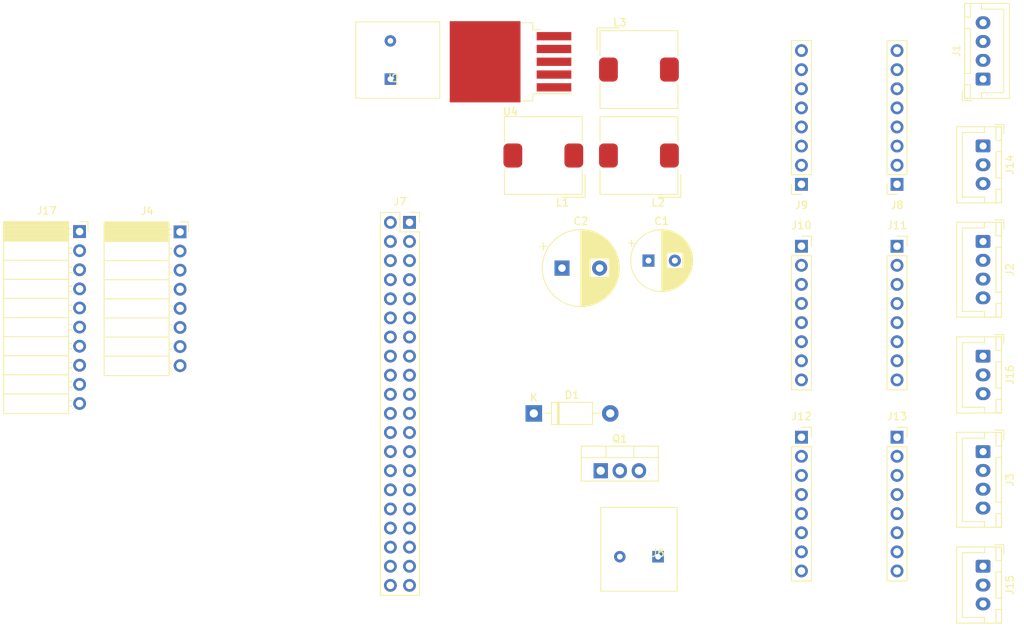
<source format=kicad_pcb>
(kicad_pcb (version 20211014) (generator pcbnew)
  (layers (0 "F.Cu" signal) (31 "B.Cu" signal) (34 "B.Paste" user) (35 "F.Paste" user) (36 "B.SilkS" user "B.Silkscreen") (37 "F.SilkS" user "F.Silkscreen") (38 "B.Mask" user) (39 "F.Mask" user) (44 "Edge.Cuts" user))
  (net 0 "")
  (net 1 "DC-")
  (net 2 "DC+")
  (net 3 "GND")
  (net 4 "GPIO21")
  (net 5 "GPIO20")
  (net 6 "GPIO26")
  (net 7 "GPIO16")
  (net 8 "GPIO19")
  (net 9 "GPIO13")
  (net 10 "GPIO12")
  (net 11 "GPIO6")
  (net 12 "GPIO5")
  (net 13 "GPIO1")
  (net 14 "GPIO0")
  (net 15 "GPIO7")
  (net 16 "GPIO8")
  (net 17 "GPIO11")
  (net 18 "GPIO25")
  (net 19 "GPIO9")
  (net 20 "GPIO10")
  (net 21 "GPIO24")
  (net 22 "+3V3")
  (net 23 "GPIO23")
  (net 24 "GPIO22")
  (net 25 "GPIO27")
  (net 26 "GPIO18")
  (net 27 "GPIO17")
  (net 28 "GPIO15")
  (net 29 "GPIO14")
  (net 30 "GPIO4")
  (net 31 "GPIO3")
  (net 32 "+5V")
  (net 33 "GPIO2(SDA)")
  (net 34 "OA2x")
  (net 35 "OA1x")
  (net 36 "OB1x")
  (net 37 "OB2x")
  (net 38 "ENx")
  (net 39 "MS1x")
  (net 40 "MS2x")
  (net 41 "PDNUARTx")
  (net 42 "CLKx")
  (net 43 "STEPx")
  (net 44 "DIRx")
  (net 45 "OA2y")
  (net 46 "OA1y")
  (net 47 "OB1y")
  (net 48 "OB2y")
  (net 49 "ENy")
  (net 50 "MS1y")
  (net 51 "MS2y")
  (net 52 "PDNUARTy")
  (net 53 "CLKy")
  (net 54 "STEPy")
  (net 55 "DIRy")
  (net 56 "OA2z")
  (net 57 "OA1z")
  (net 58 "OB1z")
  (net 59 "OB2z")
  (net 60 "ENz")
  (net 61 "MS1z")
  (net 62 "MS2z")
  (net 63 "PDNUARTz")
  (net 64 "CLKz")
  (net 65 "STEPz")
  (net 66 "DIRz")
  (net 67 "lx3")
  (net 68 "lx2")
  (net 69 "lx1")
  (net 70 "ly3")
  (net 71 "ly2")
  (net 72 "ly1")
  (net 73 "lz3")
  (net 74 "lz2")
  (net 75 "lz1")
  (net 76 "Net-(D2-Pad1)")
  (net 77 "Net-(L1-Pad1)")
  (net 78 "Net-(L2-Pad1)")
  (net 79 "DCtrl")
  (net 80 "7")
  (net 81 "6")
  (net 82 "5")
  (net 83 "4")
  (net 84 "3")
  (net 85 "2")
  (net 86 "1")
  (net 87 "0")
  (net 88 "17")
  (net 89 "16")
  (net 90 "AREF")
  (net 91 "13")
  (net 92 "12")
  (net 93 "11")
  (net 94 "10")
  (net 95 "9")
  (net 96 "8")
  (footprint "Diode_THT:D_DO-41_SOD81_P10.16mm_Horizontal" (layer "F.Cu") (at 199.39 118.11)
    (fp_text reference "D1" (at 5.08 -2.47) (layer "F.SilkS"))
    (fp_text value "1N4001")
    (fp_text user "K" (at 0 -2.1) (layer "F.SilkS"))
    (pad "1" thru_hole rect locked (at 0 0) (size 2.2 2.2) (drill 1.1) (layers *.Cu *.Mask) (net 2 "DC+"))
    (pad "2" thru_hole oval locked (at 10.16 0) (size 2.2 2.2) (drill 1.1) (layers *.Cu *.Mask) (net 1 "DC-"))
  )
  (footprint "Connector_JST:JST_XH_B4B-XH-A_1x04_P2.50mm_Vertical" (layer "F.Cu") (at 259.08 73.66 90)
    (fp_text reference "J1" (at 3.75 -3.55 90) (layer "F.SilkS"))
    (fp_text value "Conn_01x04_Male")
    (pad "1" thru_hole roundrect locked (at 0 0 90) (size 1.7 1.95) (drill 0.95) (layers *.Cu *.Mask) (roundrect_rratio 0.147059) (net 37 "OB2x"))
    (pad "2" thru_hole oval locked (at 2.5 0 90) (size 1.7 1.95) (drill 0.95) (layers *.Cu *.Mask) (net 36 "OB1x"))
    (pad "3" thru_hole oval locked (at 5 0 90) (size 1.7 1.95) (drill 0.95) (layers *.Cu *.Mask) (net 35 "OA1x"))
    (pad "4" thru_hole oval locked (at 7.5 0 90) (size 1.7 1.95) (drill 0.95) (layers *.Cu *.Mask) (net 34 "OA2x"))
  )
  (footprint "Connector_JST:JST_XH_B4B-XH-A_1x04_P2.50mm_Vertical" (layer "F.Cu") (at 259.08 95.25 -90)
    (fp_text reference "J2" (at 3.75 -3.55 90) (layer "F.SilkS"))
    (fp_text value "Conn_01x04_Male")
    (pad "1" thru_hole roundrect locked (at 0 0 270) (size 1.7 1.95) (drill 0.95) (layers *.Cu *.Mask) (roundrect_rratio 0.147059) (net 48 "OB2y"))
    (pad "2" thru_hole oval locked (at 2.5 0 270) (size 1.7 1.95) (drill 0.95) (layers *.Cu *.Mask) (net 47 "OB1y"))
    (pad "3" thru_hole oval locked (at 5 0 270) (size 1.7 1.95) (drill 0.95) (layers *.Cu *.Mask) (net 46 "OA1y"))
    (pad "4" thru_hole oval locked (at 7.5 0 270) (size 1.7 1.95) (drill 0.95) (layers *.Cu *.Mask) (net 45 "OA2y"))
  )
  (footprint "Connector_JST:JST_XH_B4B-XH-A_1x04_P2.50mm_Vertical" (layer "F.Cu") (at 259.08 123.19 -90)
    (fp_text reference "J3" (at 3.75 -3.55 90) (layer "F.SilkS"))
    (fp_text value "Conn_01x04_Male")
    (pad "1" thru_hole roundrect locked (at 0 0 270) (size 1.7 1.95) (drill 0.95) (layers *.Cu *.Mask) (roundrect_rratio 0.147059) (net 59 "OB2z"))
    (pad "2" thru_hole oval locked (at 2.5 0 270) (size 1.7 1.95) (drill 0.95) (layers *.Cu *.Mask) (net 58 "OB1z"))
    (pad "3" thru_hole oval locked (at 5 0 270) (size 1.7 1.95) (drill 0.95) (layers *.Cu *.Mask) (net 57 "OA1z"))
    (pad "4" thru_hole oval locked (at 7.5 0 270) (size 1.7 1.95) (drill 0.95) (layers *.Cu *.Mask) (net 56 "OA2z"))
  )
  (footprint "CNC_interface:TerminalBlock_Phoenix_MKDSP-1,5-2-5.08_1x02_P5.08mm" (layer "F.Cu") (at 180.34 73.66 90)
    (fp_text reference "J5" (at 0 0.5 90) (layer "F.SilkS"))
    (fp_text value "Screw_Terminal_01x02")
    (pad "1" thru_hole rect locked (at 0 0 90) (size 1.524 1.524) (drill 0.762) (layers *.Cu *.Mask) (net 2 "DC+"))
    (pad "2" thru_hole circle locked (at 5.08 0 90) (size 1.524 1.524) (drill 0.762) (layers *.Cu *.Mask) (net 3 "GND"))
  )
  (footprint "CNC_interface:TerminalBlock_Phoenix_MKDSP-1,5-2-5.08_1x02_P5.08mm" (layer "F.Cu") (at 215.9 137.16 180)
    (fp_text reference "J6" (at 0 0.5) (layer "F.SilkS"))
    (fp_text value "Screw_Terminal_01x02")
    (pad "1" thru_hole rect locked (at 0 0 180) (size 1.524 1.524) (drill 0.762) (layers *.Cu *.Mask) (net 2 "DC+"))
    (pad "2" thru_hole circle locked (at 5.08 0 180) (size 1.524 1.524) (drill 0.762) (layers *.Cu *.Mask) (net 1 "DC-"))
  )
  (footprint "Connector_PinSocket_2.54mm:PinSocket_2x20_P2.54mm_Vertical" (layer "F.Cu") (at 182.88 92.71)
    (fp_text reference "J7" (at -1.27 -2.77) (layer "F.SilkS"))
    (fp_text value "Conn_02x20_Odd_Even")
    (pad "1" thru_hole rect locked (at 0 0) (size 1.7 1.7) (drill 1) (layers *.Cu *.Mask) (net 22 "+3V3"))
    (pad "2" thru_hole oval locked (at -2.54 0) (size 1.7 1.7) (drill 1) (layers *.Cu *.Mask) (net 32 "+5V"))
    (pad "3" thru_hole oval locked (at 0 2.54) (size 1.7 1.7) (drill 1) (layers *.Cu *.Mask) (net 33 "GPIO2(SDA)"))
    (pad "4" thru_hole oval locked (at -2.54 2.54) (size 1.7 1.7) (drill 1) (layers *.Cu *.Mask) (net 32 "+5V"))
    (pad "5" thru_hole oval locked (at 0 5.08) (size 1.7 1.7) (drill 1) (layers *.Cu *.Mask) (net 31 "GPIO3"))
    (pad "6" thru_hole oval locked (at -2.54 5.08) (size 1.7 1.7) (drill 1) (layers *.Cu *.Mask) (net 3 "GND"))
    (pad "7" thru_hole oval locked (at 0 7.62) (size 1.7 1.7) (drill 1) (layers *.Cu *.Mask) (net 30 "GPIO4"))
    (pad "8" thru_hole oval locked (at -2.54 7.62) (size 1.7 1.7) (drill 1) (layers *.Cu *.Mask) (net 29 "GPIO14"))
    (pad "9" thru_hole oval locked (at 0 10.16) (size 1.7 1.7) (drill 1) (layers *.Cu *.Mask) (net 3 "GND"))
    (pad "10" thru_hole oval locked (at -2.54 10.16) (size 1.7 1.7) (drill 1) (layers *.Cu *.Mask) (net 28 "GPIO15"))
    (pad "11" thru_hole oval locked (at 0 12.7) (size 1.7 1.7) (drill 1) (layers *.Cu *.Mask) (net 27 "GPIO17"))
    (pad "12" thru_hole oval locked (at -2.54 12.7) (size 1.7 1.7) (drill 1) (layers *.Cu *.Mask) (net 26 "GPIO18"))
    (pad "13" thru_hole oval locked (at 0 15.24) (size 1.7 1.7) (drill 1) (layers *.Cu *.Mask) (net 25 "GPIO27"))
    (pad "14" thru_hole oval locked (at -2.54 15.24) (size 1.7 1.7) (drill 1) (layers *.Cu *.Mask) (net 3 "GND"))
    (pad "15" thru_hole oval locked (at 0 17.78) (size 1.7 1.7) (drill 1) (layers *.Cu *.Mask) (net 24 "GPIO22"))
    (pad "16" thru_hole oval locked (at -2.54 17.78) (size 1.7 1.7) (drill 1) (layers *.Cu *.Mask) (net 23 "GPIO23"))
    (pad "17" thru_hole oval locked (at 0 20.32) (size 1.7 1.7) (drill 1) (layers *.Cu *.Mask) (net 22 "+3V3"))
    (pad "18" thru_hole oval locked (at -2.54 20.32) (size 1.7 1.7) (drill 1) (layers *.Cu *.Mask) (net 21 "GPIO24"))
    (pad "19" thru_hole oval locked (at 0 22.86) (size 1.7 1.7) (drill 1) (layers *.Cu *.Mask) (net 20 "GPIO10"))
    (pad "20" thru_hole oval locked (at -2.54 22.86) (size 1.7 1.7) (drill 1) (layers *.Cu *.Mask) (net 3 "GND"))
    (pad "21" thru_hole oval locked (at 0 25.4) (size 1.7 1.7) (drill 1) (layers *.Cu *.Mask) (net 19 "GPIO9"))
    (pad "22" thru_hole oval locked (at -2.54 25.4) (size 1.7 1.7) (drill 1) (layers *.Cu *.Mask) (net 18 "GPIO25"))
    (pad "23" thru_hole oval locked (at 0 27.94) (size 1.7 1.7) (drill 1) (layers *.Cu *.Mask) (net 17 "GPIO11"))
    (pad "24" thru_hole oval locked (at -2.54 27.94) (size 1.7 1.7) (drill 1) (layers *.Cu *.Mask) (net 16 "GPIO8"))
    (pad "25" thru_hole oval locked (at 0 30.48) (size 1.7 1.7) (drill 1) (layers *.Cu *.Mask) (net 3 "GND"))
    (pad "26" thru_hole oval locked (at -2.54 30.48) (size 1.7 1.7) (drill 1) (layers *.Cu *.Mask) (net 15 "GPIO7"))
    (pad "27" thru_hole oval locked (at 0 33.02) (size 1.7 1.7) (drill 1) (layers *.Cu *.Mask) (net 14 "GPIO0"))
    (pad "28" thru_hole oval locked (at -2.54 33.02) (size 1.7 1.7) (drill 1) (layers *.Cu *.Mask) (net 13 "GPIO1"))
    (pad "29" thru_hole oval locked (at 0 35.56) (size 1.7 1.7) (drill 1) (layers *.Cu *.Mask) (net 12 "GPIO5"))
    (pad "30" thru_hole oval locked (at -2.54 35.56) (size 1.7 1.7) (drill 1) (layers *.Cu *.Mask) (net 3 "GND"))
    (pad "31" thru_hole oval locked (at 0 38.1) (size 1.7 1.7) (drill 1) (layers *.Cu *.Mask) (net 11 "GPIO6"))
    (pad "32" thru_hole oval locked (at -2.54 38.1) (size 1.7 1.7) (drill 1) (layers *.Cu *.Mask) (net 10 "GPIO12"))
    (pad "33" thru_hole oval locked (at 0 40.64) (size 1.7 1.7) (drill 1) (layers *.Cu *.Mask) (net 9 "GPIO13"))
    (pad "34" thru_hole oval locked (at -2.54 40.64) (size 1.7 1.7) (drill 1) (layers *.Cu *.Mask) (net 3 "GND"))
    (pad "35" thru_hole oval locked (at 0 43.18) (size 1.7 1.7) (drill 1) (layers *.Cu *.Mask) (net 8 "GPIO19"))
    (pad "36" thru_hole oval locked (at -2.54 43.18) (size 1.7 1.7) (drill 1) (layers *.Cu *.Mask) (net 7 "GPIO16"))
    (pad "37" thru_hole oval locked (at 0 45.72) (size 1.7 1.7) (drill 1) (layers *.Cu *.Mask) (net 6 "GPIO26"))
    (pad "38" thru_hole oval locked (at -2.54 45.72) (size 1.7 1.7) (drill 1) (layers *.Cu *.Mask) (net 5 "GPIO20"))
    (pad "39" thru_hole oval locked (at 0 48.26) (size 1.7 1.7) (drill 1) (layers *.Cu *.Mask) (net 3 "GND"))
    (pad "40" thru_hole oval locked (at -2.54 48.26) (size 1.7 1.7) (drill 1) (layers *.Cu *.Mask) (net 4 "GPIO21"))
  )
  (footprint "Connector_PinSocket_2.54mm:PinSocket_1x08_P2.54mm_Vertical" (layer "F.Cu") (at 247.65 87.645 180)
    (fp_text reference "J8" (at 0 -2.77) (layer "F.SilkS"))
    (fp_text value "Conn_01x08")
    (pad "1" thru_hole rect locked (at 0 0 180) (size 1.7 1.7) (drill 1) (layers *.Cu *.Mask) (net 3 "GND"))
    (pad "2" thru_hole oval locked (at 0 2.54 180) (size 1.7 1.7) (drill 1) (layers *.Cu *.Mask) (net 32 "+5V"))
    (pad "3" thru_hole oval locked (at 0 5.08 180) (size 1.7 1.7) (drill 1) (layers *.Cu *.Mask) (net 37 "OB2x"))
    (pad "4" thru_hole oval locked (at 0 7.62 180) (size 1.7 1.7) (drill 1) (layers *.Cu *.Mask) (net 36 "OB1x"))
    (pad "5" thru_hole oval locked (at 0 10.16 180) (size 1.7 1.7) (drill 1) (layers *.Cu *.Mask) (net 35 "OA1x"))
    (pad "6" thru_hole oval locked (at 0 12.7 180) (size 1.7 1.7) (drill 1) (layers *.Cu *.Mask) (net 34 "OA2x"))
    (pad "7" thru_hole oval locked (at 0 15.24 180) (size 1.7 1.7) (drill 1) (layers *.Cu *.Mask) (net 3 "GND"))
    (pad "8" thru_hole oval locked (at 0 17.78 180) (size 1.7 1.7) (drill 1) (layers *.Cu *.Mask) (net 2 "DC+"))
  )
  (footprint "Connector_PinSocket_2.54mm:PinSocket_1x08_P2.54mm_Vertical" (layer "F.Cu") (at 234.95 87.645 180)
    (fp_text reference "J9" (at 0 -2.77) (layer "F.SilkS"))
    (fp_text value "Conn_01x08")
    (pad "1" thru_hole rect locked (at 0 0 180) (size 1.7 1.7) (drill 1) (layers *.Cu *.Mask) (net 44 "DIRx"))
    (pad "2" thru_hole oval locked (at 0 2.54 180) (size 1.7 1.7) (drill 1) (layers *.Cu *.Mask) (net 43 "STEPx"))
    (pad "3" thru_hole oval locked (at 0 5.08 180) (size 1.7 1.7) (drill 1) (layers *.Cu *.Mask) (net 42 "CLKx"))
    (pad "4" thru_hole oval locked (at 0 7.62 180) (size 1.7 1.7) (drill 1) (layers *.Cu *.Mask) (net 41 "PDNUARTx"))
    (pad "5" thru_hole oval locked (at 0 10.16 180) (size 1.7 1.7) (drill 1) (layers *.Cu *.Mask) (net 41 "PDNUARTx"))
    (pad "6" thru_hole oval locked (at 0 12.7 180) (size 1.7 1.7) (drill 1) (layers *.Cu *.Mask) (net 40 "MS2x"))
    (pad "7" thru_hole oval locked (at 0 15.24 180) (size 1.7 1.7) (drill 1) (layers *.Cu *.Mask) (net 39 "MS1x"))
    (pad "8" thru_hole oval locked (at 0 17.78 180) (size 1.7 1.7) (drill 1) (layers *.Cu *.Mask) (net 38 "ENx"))
  )
  (footprint "Connector_PinSocket_2.54mm:PinSocket_1x08_P2.54mm_Vertical" (layer "F.Cu") (at 234.95 95.875)
    (fp_text reference "J10" (at 0 -2.77) (layer "F.SilkS"))
    (fp_text value "Conn_01x08")
    (pad "1" thru_hole rect locked (at 0 0) (size 1.7 1.7) (drill 1) (layers *.Cu *.Mask) (net 3 "GND"))
    (pad "2" thru_hole oval locked (at 0 2.54) (size 1.7 1.7) (drill 1) (layers *.Cu *.Mask) (net 32 "+5V"))
    (pad "3" thru_hole oval locked (at 0 5.08) (size 1.7 1.7) (drill 1) (layers *.Cu *.Mask) (net 48 "OB2y"))
    (pad "4" thru_hole oval locked (at 0 7.62) (size 1.7 1.7) (drill 1) (layers *.Cu *.Mask) (net 47 "OB1y"))
    (pad "5" thru_hole oval locked (at 0 10.16) (size 1.7 1.7) (drill 1) (layers *.Cu *.Mask) (net 46 "OA1y"))
    (pad "6" thru_hole oval locked (at 0 12.7) (size 1.7 1.7) (drill 1) (layers *.Cu *.Mask) (net 45 "OA2y"))
    (pad "7" thru_hole oval locked (at 0 15.24) (size 1.7 1.7) (drill 1) (layers *.Cu *.Mask) (net 3 "GND"))
    (pad "8" thru_hole oval locked (at 0 17.78) (size 1.7 1.7) (drill 1) (layers *.Cu *.Mask) (net 2 "DC+"))
  )
  (footprint "Connector_PinSocket_2.54mm:PinSocket_1x08_P2.54mm_Vertical" (layer "F.Cu") (at 247.65 95.875)
    (fp_text reference "J11" (at 0 -2.77) (layer "F.SilkS"))
    (fp_text value "Conn_01x08")
    (pad "1" thru_hole rect locked (at 0 0) (size 1.7 1.7) (drill 1) (layers *.Cu *.Mask) (net 55 "DIRy"))
    (pad "2" thru_hole oval locked (at 0 2.54) (size 1.7 1.7) (drill 1) (layers *.Cu *.Mask) (net 54 "STEPy"))
    (pad "3" thru_hole oval locked (at 0 5.08) (size 1.7 1.7) (drill 1) (layers *.Cu *.Mask) (net 53 "CLKy"))
    (pad "4" thru_hole oval locked (at 0 7.62) (size 1.7 1.7) (drill 1) (layers *.Cu *.Mask) (net 52 "PDNUARTy"))
    (pad "5" thru_hole oval locked (at 0 10.16) (size 1.7 1.7) (drill 1) (layers *.Cu *.Mask) (net 52 "PDNUARTy"))
    (pad "6" thru_hole oval locked (at 0 12.7) (size 1.7 1.7) (drill 1) (layers *.Cu *.Mask) (net 51 "MS2y"))
    (pad "7" thru_hole oval locked (at 0 15.24) (size 1.7 1.7) (drill 1) (layers *.Cu *.Mask) (net 50 "MS1y"))
    (pad "8" thru_hole oval locked (at 0 17.78) (size 1.7 1.7) (drill 1) (layers *.Cu *.Mask) (net 49 "ENy"))
  )
  (footprint "Connector_PinSocket_2.54mm:PinSocket_1x08_P2.54mm_Vertical" (layer "F.Cu") (at 234.95 121.275)
    (fp_text reference "J12" (at 0 -2.77) (layer "F.SilkS"))
    (fp_text value "Conn_01x08")
    (pad "1" thru_hole rect locked (at 0 0) (size 1.7 1.7) (drill 1) (layers *.Cu *.Mask) (net 3 "GND"))
    (pad "2" thru_hole oval locked (at 0 2.54) (size 1.7 1.7) (drill 1) (layers *.Cu *.Mask) (net 32 "+5V"))
    (pad "3" thru_hole oval locked (at 0 5.08) (size 1.7 1.7) (drill 1) (layers *.Cu *.Mask) (net 59 "OB2z"))
    (pad "4" thru_hole oval locked (at 0 7.62) (size 1.7 1.7) (drill 1) (layers *.Cu *.Mask) (net 58 "OB1z"))
    (pad "5" thru_hole oval locked (at 0 10.16) (size 1.7 1.7) (drill 1) (layers *.Cu *.Mask) (net 57 "OA1z"))
    (pad "6" thru_hole oval locked (at 0 12.7) (size 1.7 1.7) (drill 1) (layers *.Cu *.Mask) (net 56 "OA2z"))
    (pad "7" thru_hole oval locked (at 0 15.24) (size 1.7 1.7) (drill 1) (layers *.Cu *.Mask) (net 3 "GND"))
    (pad "8" thru_hole oval locked (at 0 17.78) (size 1.7 1.7) (drill 1) (layers *.Cu *.Mask) (net 2 "DC+"))
  )
  (footprint "Connector_PinSocket_2.54mm:PinSocket_1x08_P2.54mm_Vertical" (layer "F.Cu") (at 247.65 121.275)
    (fp_text reference "J13" (at 0 -2.77) (layer "F.SilkS"))
    (fp_text value "Conn_01x08")
    (pad "1" thru_hole rect locked (at 0 0) (size 1.7 1.7) (drill 1) (layers *.Cu *.Mask) (net 66 "DIRz"))
    (pad "2" thru_hole oval locked (at 0 2.54) (size 1.7 1.7) (drill 1) (layers *.Cu *.Mask) (net 65 "STEPz"))
    (pad "3" thru_hole oval locked (at 0 5.08) (size 1.7 1.7) (drill 1) (layers *.Cu *.Mask) (net 64 "CLKz"))
    (pad "4" thru_hole oval locked (at 0 7.62) (size 1.7 1.7) (drill 1) (layers *.Cu *.Mask) (net 63 "PDNUARTz"))
    (pad "5" thru_hole oval locked (at 0 10.16) (size 1.7 1.7) (drill 1) (layers *.Cu *.Mask) (net 63 "PDNUARTz"))
    (pad "6" thru_hole oval locked (at 0 12.7) (size 1.7 1.7) (drill 1) (layers *.Cu *.Mask) (net 62 "MS2z"))
    (pad "7" thru_hole oval locked (at 0 15.24) (size 1.7 1.7) (drill 1) (layers *.Cu *.Mask) (net 61 "MS1z"))
    (pad "8" thru_hole oval locked (at 0 17.78) (size 1.7 1.7) (drill 1) (layers *.Cu *.Mask) (net 60 "ENz"))
  )
  (footprint "Connector_JST:JST_XH_B3B-XH-A_1x03_P2.50mm_Vertical" (layer "F.Cu") (at 259.08 82.55 -90)
    (fp_text reference "J14" (at 2.5 -3.55 90) (layer "F.SilkS"))
    (fp_text value "Conn_01x03_Male")
    (pad "1" thru_hole roundrect locked (at 0 0 270) (size 1.7 1.95) (drill 0.95) (layers *.Cu *.Mask) (roundrect_rratio 0.147059) (net 69 "lx1"))
    (pad "2" thru_hole oval locked (at 2.5 0 270) (size 1.7 1.95) (drill 0.95) (layers *.Cu *.Mask) (net 68 "lx2"))
    (pad "3" thru_hole oval locked (at 5 0 270) (size 1.7 1.95) (drill 0.95) (layers *.Cu *.Mask) (net 67 "lx3"))
  )
  (footprint "Connector_JST:JST_XH_B3B-XH-A_1x03_P2.50mm_Vertical" (layer "F.Cu") (at 259.08 138.43 -90)
    (fp_text reference "J15" (at 2.5 -3.55 90) (layer "F.SilkS"))
    (fp_text value "Conn_01x03_Male")
    (pad "1" thru_hole roundrect locked (at 0 0 270) (size 1.7 1.95) (drill 0.95) (layers *.Cu *.Mask) (roundrect_rratio 0.147059) (net 72 "ly1"))
    (pad "2" thru_hole oval locked (at 2.5 0 270) (size 1.7 1.95) (drill 0.95) (layers *.Cu *.Mask) (net 71 "ly2"))
    (pad "3" thru_hole oval locked (at 5 0 270) (size 1.7 1.95) (drill 0.95) (layers *.Cu *.Mask) (net 70 "ly3"))
  )
  (footprint "Connector_JST:JST_XH_B3B-XH-A_1x03_P2.50mm_Vertical" (layer "F.Cu") (at 259.08 110.49 -90)
    (fp_text reference "J16" (at 2.5 -3.55 90) (layer "F.SilkS"))
    (fp_text value "Conn_01x03_Male")
    (pad "1" thru_hole roundrect locked (at 0 0 270) (size 1.7 1.95) (drill 0.95) (layers *.Cu *.Mask) (roundrect_rratio 0.147059) (net 75 "lz1"))
    (pad "2" thru_hole oval locked (at 2.5 0 270) (size 1.7 1.95) (drill 0.95) (layers *.Cu *.Mask) (net 74 "lz2"))
    (pad "3" thru_hole oval locked (at 5 0 270) (size 1.7 1.95) (drill 0.95) (layers *.Cu *.Mask) (net 73 "lz3"))
  )
  (footprint "Inductor_SMD:L_TDK_SLF10145" (layer "F.Cu") (at 200.66 83.82 180)
    (fp_text reference "L1" (at -2.55 -6.25) (layer "F.SilkS"))
    (fp_text value "L")
    (fp_text user "" (at -49 0.05) (layer "F.SilkS") (effects (font (size 3 3))))
    (pad "1" smd roundrect locked (at -4.05 0 180) (size 2.5 3.2) (layers "F.Cu" "F.Paste" "F.Mask") (net 77 "Net-(L1-Pad1)"))
    (pad "2" smd roundrect locked (at 4.05 0 180) (size 2.5 3.2) (layers "F.Cu" "F.Paste" "F.Mask") (net 76 "Net-(D2-Pad1)"))
  )
  (footprint "Inductor_SMD:L_TDK_SLF10145" (layer "F.Cu") (at 213.36 83.82 180)
    (fp_text reference "L2" (at -2.55 -6.25) (layer "F.SilkS"))
    (fp_text value "L")
    (fp_text user "" (at -49 0.05) (layer "F.SilkS") (effects (font (size 3 3))))
    (pad "1" smd roundrect locked (at -4.05 0 180) (size 2.5 3.2) (layers "F.Cu" "F.Paste" "F.Mask") (net 78 "Net-(L2-Pad1)"))
    (pad "2" smd roundrect locked (at 4.05 0 180) (size 2.5 3.2) (layers "F.Cu" "F.Paste" "F.Mask") (net 77 "Net-(L1-Pad1)"))
  )
  (footprint "Inductor_SMD:L_TDK_SLF10145" (layer "F.Cu") (at 213.36 72.39)
    (fp_text reference "L3" (at -2.55 -6.25) (layer "F.SilkS"))
    (fp_text value "L")
    (fp_text user "" (at -49 0.05) (layer "F.SilkS") (effects (font (size 3 3))))
    (pad "1" smd roundrect locked (at -4.05 0) (size 2.5 3.2) (layers "F.Cu" "F.Paste" "F.Mask") (net 32 "+5V"))
    (pad "2" smd roundrect locked (at 4.05 0) (size 2.5 3.2) (layers "F.Cu" "F.Paste" "F.Mask") (net 78 "Net-(L2-Pad1)"))
  )
  (footprint "Package_TO_SOT_THT:TO-220-3_Vertical" (layer "F.Cu") (at 208.28 125.73)
    (fp_text reference "Q1" (at 2.54 -4.27) (layer "F.SilkS"))
    (fp_text value "Q_NMOS_GDS")
    (pad "1" thru_hole rect locked (at 0 0) (size 1.905 2) (drill 1.1) (layers *.Cu *.Mask) (net 79 "DCtrl"))
    (pad "2" thru_hole oval locked (at 2.54 0) (size 1.905 2) (drill 1.1) (layers *.Cu *.Mask) (net 1 "DC-"))
    (pad "3" thru_hole oval locked (at 5.08 0) (size 1.905 2) (drill 1.1) (layers *.Cu *.Mask) (net 3 "GND"))
  )
  (footprint "Package_TO_SOT_SMD:TO-263-5_TabPin3" (layer "F.Cu") (at 196.3 71.355 180)
    (fp_text reference "U4" (at 0 -6.65) (layer "F.SilkS"))
    (fp_text value "LM2596S-5")
    (pad "1" smd rect locked (at -5.775 -3.4 180) (size 4.6 1.1) (layers "F.Cu" "F.Paste" "F.Mask") (net 2 "DC+"))
    (pad "2" smd rect locked (at -5.775 -1.7 180) (size 4.6 1.1) (layers "F.Cu" "F.Paste" "F.Mask") (net 76 "Net-(D2-Pad1)"))
    (pad "3" smd rect locked (at -5.775 0 180) (size 4.6 1.1) (layers "F.Cu" "F.Paste" "F.Mask") (net 3 "GND"))
    (pad "3" smd rect locked (at 3.375 0 180) (size 9.4 10.8) (layers "F.Cu" "F.Mask") (net 3 "GND"))
    (pad "4" smd rect locked (at -5.775 1.7 180) (size 4.6 1.1) (layers "F.Cu" "F.Paste" "F.Mask") (net 32 "+5V"))
    (pad "5" smd rect locked (at -5.775 3.4 180) (size 4.6 1.1) (layers "F.Cu" "F.Paste" "F.Mask") (net 3 "GND"))
  )
  (footprint "Capacitor_THT:CP_Radial_D8.0mm_P3.50mm" (layer "F.Cu") (at 214.63 97.79)
    (fp_text reference "C1" (at 1.75 -5.25) (layer "F.SilkS"))
    (fp_text value "CP")
    (pad "1" thru_hole rect locked (at 0 0) (size 1.6 1.6) (drill 0.8) (layers *.Cu *.Mask) (net 32 "+5V"))
    (pad "2" thru_hole circle locked (at 3.5 0) (size 1.6 1.6) (drill 0.8) (layers *.Cu *.Mask) (net 3 "GND"))
  )
  (footprint "Capacitor_THT:CP_Radial_D10.0mm_P5.00mm" (layer "F.Cu") (at 203.139948 98.79)
    (fp_text reference "C2" (at 2.5 -6.25) (layer "F.SilkS"))
    (fp_text value "CP")
    (pad "1" thru_hole rect locked (at 0 0) (size 2 2) (drill 1) (layers *.Cu *.Mask) (net 2 "DC+"))
    (pad "2" thru_hole circle locked (at 5 0) (size 2 2) (drill 1) (layers *.Cu *.Mask) (net 3 "GND"))
  )
  (footprint "Connector_PinSocket_2.54mm:PinSocket_1x10_P2.54mm_Horizontal" (layer "F.Cu") (at 139.05 93.93)
    (fp_text reference "J17" (at -4.38 -2.77) (layer "F.SilkS"))
    (fp_text value "Conn_01x10")
    (pad "1" thru_hole rect (at 0 0) (size 1.7 1.7) (drill 1) (layers *.Cu *.Mask) (net 88 "17"))
    (pad "2" thru_hole oval (at 0 2.54) (size 1.7 1.7) (drill 1) (layers *.Cu *.Mask) (net 89 "16"))
    (pad "3" thru_hole oval (at 0 5.08) (size 1.7 1.7) (drill 1) (layers *.Cu *.Mask) (net 90 "AREF"))
    (pad "4" thru_hole oval (at 0 7.62) (size 1.7 1.7) (drill 1) (layers *.Cu *.Mask) (net 3 "GND"))
    (pad "5" thru_hole oval (at 0 10.16) (size 1.7 1.7) (drill 1) (layers *.Cu *.Mask) (net 91 "13"))
    (pad "6" thru_hole oval (at 0 12.7) (size 1.7 1.7) (drill 1) (layers *.Cu *.Mask) (net 92 "12"))
    (pad "7" thru_hole oval (at 0 15.24) (size 1.7 1.7) (drill 1) (layers *.Cu *.Mask) (net 93 "11"))
    (pad "8" thru_hole oval (at 0 17.78) (size 1.7 1.7) (drill 1) (layers *.Cu *.Mask) (net 94 "10"))
    (pad "9" thru_hole oval (at 0 20.32) (size 1.7 1.7) (drill 1) (layers *.Cu *.Mask) (net 95 "9"))
    (pad "10" thru_hole oval (at 0 22.86) (size 1.7 1.7) (drill 1) (layers *.Cu *.Mask) (net 96 "8"))
  )
  (footprint "Connector_PinSocket_2.54mm:PinSocket_1x08_P2.54mm_Horizontal" (layer "F.Cu") (at 152.4 93.98)
    (fp_text reference "J4" (at -4.38 -2.77) (layer "F.SilkS"))
    (fp_text value "Conn_01x08")
    (pad "1" thru_hole rect (at 0 0) (size 1.7 1.7) (drill 1) (layers *.Cu *.Mask) (net 80 "7"))
    (pad "2" thru_hole oval (at 0 2.54) (size 1.7 1.7) (drill 1) (layers *.Cu *.Mask) (net 81 "6"))
    (pad "3" thru_hole oval (at 0 5.08) (size 1.7 1.7) (drill 1) (layers *.Cu *.Mask) (net 82 "5"))
    (pad "4" thru_hole oval (at 0 7.62) (size 1.7 1.7) (drill 1) (layers *.Cu *.Mask) (net 83 "4"))
    (pad "5" thru_hole oval (at 0 10.16) (size 1.7 1.7) (drill 1) (layers *.Cu *.Mask) (net 84 "3"))
    (pad "6" thru_hole oval (at 0 12.7) (size 1.7 1.7) (drill 1) (layers *.Cu *.Mask) (net 85 "2"))
    (pad "7" thru_hole oval (at 0 15.24) (size 1.7 1.7) (drill 1) (layers *.Cu *.Mask) (net 86 "1"))
    (pad "8" thru_hole oval (at 0 17.78) (size 1.7 1.7) (drill 1) (layers *.Cu *.Mask) (net 87 "0"))
  )
)
</source>
